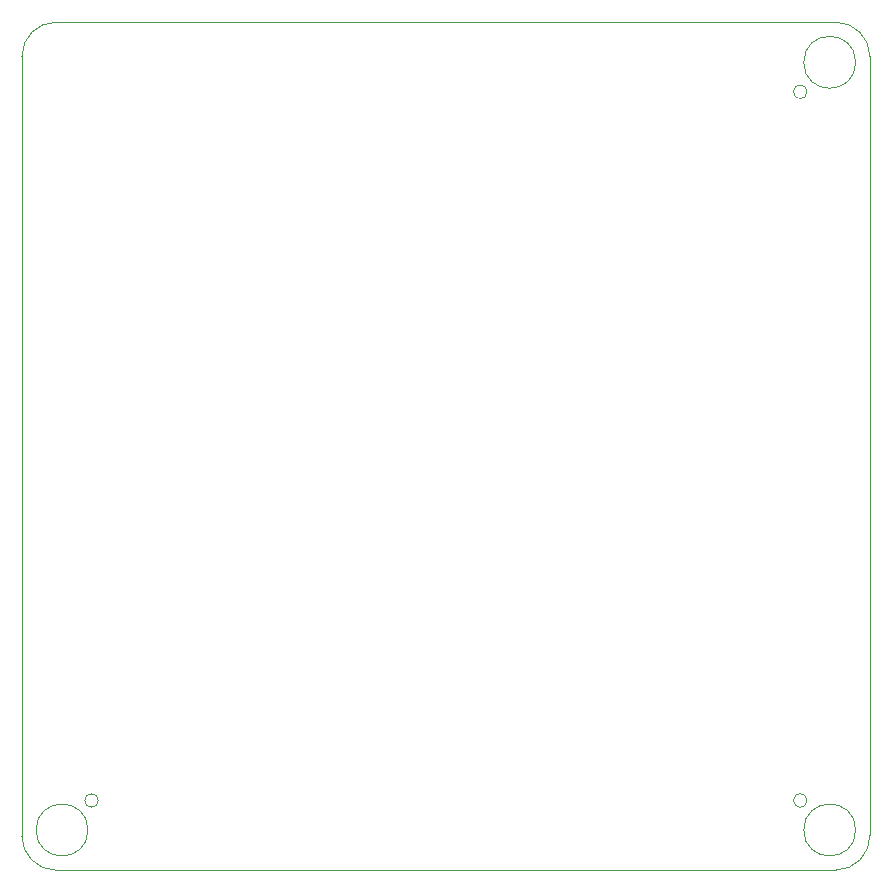
<source format=gbr>
%TF.GenerationSoftware,KiCad,Pcbnew,7.0.7-7.0.7~ubuntu22.04.1*%
%TF.CreationDate,2023-10-06T14:41:20+02:00*%
%TF.ProjectId,ShotClockProject,53686f74-436c-46f6-936b-50726f6a6563,rev?*%
%TF.SameCoordinates,Original*%
%TF.FileFunction,Profile,NP*%
%FSLAX46Y46*%
G04 Gerber Fmt 4.6, Leading zero omitted, Abs format (unit mm)*
G04 Created by KiCad (PCBNEW 7.0.7-7.0.7~ubuntu22.04.1) date 2023-10-06 14:41:20*
%MOMM*%
%LPD*%
G01*
G04 APERTURE LIST*
%TA.AperFunction,Profile*%
%ADD10C,0.100000*%
%TD*%
G04 APERTURE END LIST*
D10*
X121000000Y-135900000D02*
X187000000Y-135901723D01*
X123700000Y-132500000D02*
G75*
G03*
X123700000Y-132500000I-2200000J0D01*
G01*
X187000000Y-135901722D02*
G75*
G03*
X189899998Y-132900000I0J2901722D01*
G01*
X188700000Y-67500000D02*
G75*
G03*
X188700000Y-67500000I-2200000J0D01*
G01*
X118100000Y-133000000D02*
G75*
G03*
X121000000Y-135900000I2900000J0D01*
G01*
X189900000Y-67000000D02*
G75*
G03*
X187000000Y-64100000I-2900000J0D01*
G01*
X184576000Y-70000000D02*
G75*
G03*
X184576000Y-70000000I-576000J0D01*
G01*
X184576000Y-130000000D02*
G75*
G03*
X184576000Y-130000000I-576000J0D01*
G01*
X121000000Y-64100000D02*
G75*
G03*
X118100000Y-67000000I0J-2900000D01*
G01*
X189899999Y-132900000D02*
X189900000Y-67000000D01*
X124576000Y-130000000D02*
G75*
G03*
X124576000Y-130000000I-576000J0D01*
G01*
X118100000Y-67000000D02*
X118100000Y-133000000D01*
X188700000Y-132500000D02*
G75*
G03*
X188700000Y-132500000I-2200000J0D01*
G01*
X187000000Y-64100000D02*
X121000000Y-64100000D01*
M02*

</source>
